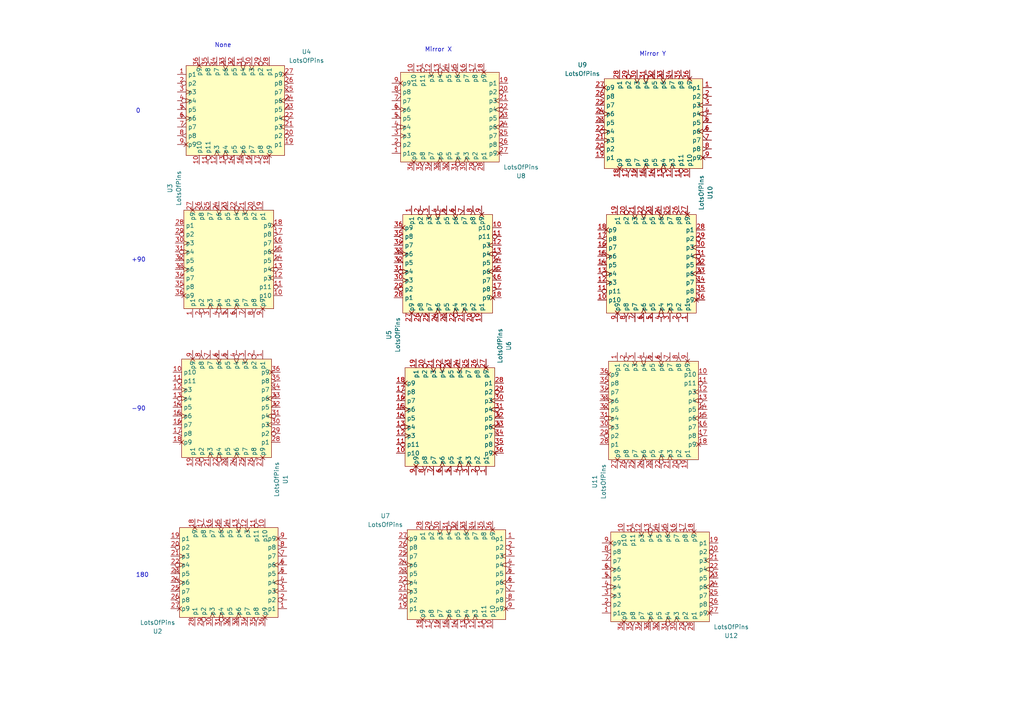
<source format=kicad_sch>
(kicad_sch (version 20211123) (generator eeschema)
  (paper "A4")
  (lib_symbols
    (symbol "Orientation2Lib:LotsOfPins"
      (property "Reference" "U" (at 6.985 21.59 0))
      (property "Value" "LotsOfPins" (at -5.715 7.62 0))
      (symbol "LotsOfPins_0_1"
        (rectangle (start -19.685 20.32) (end 8.89 -5.715) (fill (type background)))
      )
      (symbol "LotsOfPins_1_1"
        (pin input line (at -22.225 17.78 0) (length 2.54) (name "p1") (number "1"))
        (pin input line (at -15.875 -8.255 90) (length 2.54) (name "p10") (number "10"))
        (pin input inverted (at -13.335 -8.255 90) (length 2.54) (name "p11") (number "11"))
        (pin input clock (at -10.795 -8.255 90) (length 2.54) (name "p3") (number "12"))
        (pin input inverted_clock (at -8.255 -8.255 90) (length 2.54) (name "p4") (number "13"))
        (pin input input_low (at -5.715 -8.255 90) (length 2.54) (name "p5") (number "14"))
        (pin input clock_low (at -3.175 -8.255 90) (length 2.54) (name "p6") (number "15"))
        (pin input output_low (at -0.635 -8.255 90) (length 2.54) (name "p7") (number "16"))
        (pin input edge_clock_high (at 1.905 -8.255 90) (length 2.54) (name "p8") (number "17"))
        (pin input non_logic (at 4.445 -8.255 90) (length 2.54) (name "p9") (number "18"))
        (pin input line (at 11.43 -2.54 180) (length 2.54) (name "p1") (number "19"))
        (pin input inverted (at -22.225 15.24 0) (length 2.54) (name "p2") (number "2"))
        (pin input inverted (at 11.43 0 180) (length 2.54) (name "p2") (number "20"))
        (pin input clock (at 11.43 2.54 180) (length 2.54) (name "p3") (number "21"))
        (pin input inverted_clock (at 11.43 5.08 180) (length 2.54) (name "p4") (number "22"))
        (pin input input_low (at 11.43 7.62 180) (length 2.54) (name "p5") (number "23"))
        (pin input clock_low (at 11.43 10.16 180) (length 2.54) (name "p6") (number "24"))
        (pin input output_low (at 11.43 12.7 180) (length 2.54) (name "p7") (number "25"))
        (pin input edge_clock_high (at 11.43 15.24 180) (length 2.54) (name "p8") (number "26"))
        (pin input non_logic (at 11.43 17.78 180) (length 2.54) (name "p9") (number "27"))
        (pin input line (at 4.445 22.86 270) (length 2.54) (name "p1") (number "28"))
        (pin input inverted (at 1.905 22.86 270) (length 2.54) (name "p2") (number "29"))
        (pin input clock (at -22.225 12.7 0) (length 2.54) (name "p3") (number "3"))
        (pin input clock (at -0.635 22.86 270) (length 2.54) (name "p3") (number "30"))
        (pin input inverted_clock (at -3.175 22.86 270) (length 2.54) (name "p4") (number "31"))
        (pin input input_low (at -5.715 22.86 270) (length 2.54) (name "p5") (number "32"))
        (pin input clock_low (at -8.255 22.86 270) (length 2.54) (name "p6") (number "33"))
        (pin input output_low (at -10.795 22.86 270) (length 2.54) (name "p7") (number "34"))
        (pin input edge_clock_high (at -13.335 22.86 270) (length 2.54) (name "p8") (number "35"))
        (pin input non_logic (at -15.875 22.86 270) (length 2.54) (name "p9") (number "36"))
        (pin input inverted_clock (at -22.225 10.16 0) (length 2.54) (name "p4") (number "4"))
        (pin input input_low (at -22.225 7.62 0) (length 2.54) (name "p5") (number "5"))
        (pin input clock_low (at -22.225 5.08 0) (length 2.54) (name "p6") (number "6"))
        (pin input output_low (at -22.225 2.54 0) (length 2.54) (name "p7") (number "7"))
        (pin input edge_clock_high (at -22.225 0 0) (length 2.54) (name "p8") (number "8"))
        (pin input non_logic (at -22.225 -2.54 0) (length 2.54) (name "p9") (number "9"))
      )
    )
  )
  (text "-90" (at 38.1 119.38 0) (effects (font (size 1.27 1.27)) (justify left bottom)))
  (text "None" (at 62.23 13.97 0) (effects (font (size 1.27 1.27)) (justify left bottom)))
  (text "Mirror X" (at 123.19 15.24 0) (effects (font (size 1.27 1.27)) (justify left bottom)))
  (text "0" (at 39.37 33.02 0) (effects (font (size 1.27 1.27)) (justify left bottom)))
  (text "180" (at 39.37 167.64 0) (effects (font (size 1.27 1.27)) (justify left bottom)))
  (text "Mirror Y" (at 185.42 16.51 0) (effects (font (size 1.27 1.27)) (justify left bottom)))
  (text "+90" (at 38.1 76.2 0) (effects (font (size 1.27 1.27)) (justify left bottom)))
  (symbol (lib_id "Orientation2Lib:LotsOfPins") (at 137.16 81.915 90) (mirror x) (unit 1)
    (property "Reference" "U5" (at 112.8012 97.155 0))
    (property "Value" "LotsOfPins" (at 115.3412 97.155 0))
  )
  (symbol (lib_id "Orientation2Lib:LotsOfPins") (at 73.66 39.37 0) (unit 1)
    (property "Reference" "U4" (at 88.9 15.0112 0))
    (property "Value" "LotsOfPins" (at 88.9 17.5512 0))
  )
  (symbol (lib_id "Orientation2Lib:LotsOfPins") (at 196.85 160.02 0) (mirror x) (unit 1)
    (property "Reference" "U12" (at 212.09 184.3788 0))
    (property "Value" "LotsOfPins" (at 212.09 181.8388 0))
  )
  (symbol (lib_id "Orientation2Lib:LotsOfPins") (at 58.42 123.825 270) (unit 1)
    (property "Reference" "U1" (at 82.7788 139.065 0))
    (property "Value" "LotsOfPins" (at 80.2388 139.065 0))
  )
  (symbol (lib_id "Orientation2Lib:LotsOfPins") (at 123.19 115.57 270) (mirror x) (unit 1)
    (property "Reference" "U6" (at 147.5488 100.33 0))
    (property "Value" "LotsOfPins" (at 145.0088 100.33 0))
  )
  (symbol (lib_id "Orientation2Lib:LotsOfPins") (at 135.89 26.67 0) (mirror x) (unit 1)
    (property "Reference" "U8" (at 151.13 51.0288 0))
    (property "Value" "LotsOfPins" (at 151.13 48.4888 0))
  )
  (symbol (lib_id "Orientation2Lib:LotsOfPins") (at 184.15 43.18 0) (mirror y) (unit 1)
    (property "Reference" "U9" (at 168.91 18.8212 0))
    (property "Value" "LotsOfPins" (at 168.91 21.3612 0))
  )
  (symbol (lib_id "Orientation2Lib:LotsOfPins") (at 73.66 69.85 90) (unit 1)
    (property "Reference" "U3" (at 49.3012 54.61 0))
    (property "Value" "LotsOfPins" (at 51.8412 54.61 0))
  )
  (symbol (lib_id "Orientation2Lib:LotsOfPins") (at 196.85 124.46 90) (mirror x) (unit 1)
    (property "Reference" "U11" (at 172.4912 139.7 0))
    (property "Value" "LotsOfPins" (at 175.0312 139.7 0))
  )
  (symbol (lib_id "Orientation2Lib:LotsOfPins") (at 181.61 71.12 270) (mirror x) (unit 1)
    (property "Reference" "U10" (at 205.9688 55.88 0))
    (property "Value" "LotsOfPins" (at 203.4288 55.88 0))
  )
  (symbol (lib_id "Orientation2Lib:LotsOfPins") (at 127 173.99 0) (mirror y) (unit 1)
    (property "Reference" "U7" (at 111.76 149.6312 0))
    (property "Value" "LotsOfPins" (at 111.76 152.1712 0))
  )
  (symbol (lib_id "Orientation2Lib:LotsOfPins") (at 60.96 158.75 180) (unit 1)
    (property "Reference" "U2" (at 45.72 183.1088 0))
    (property "Value" "LotsOfPins" (at 45.72 180.5688 0))
  )
)
</source>
